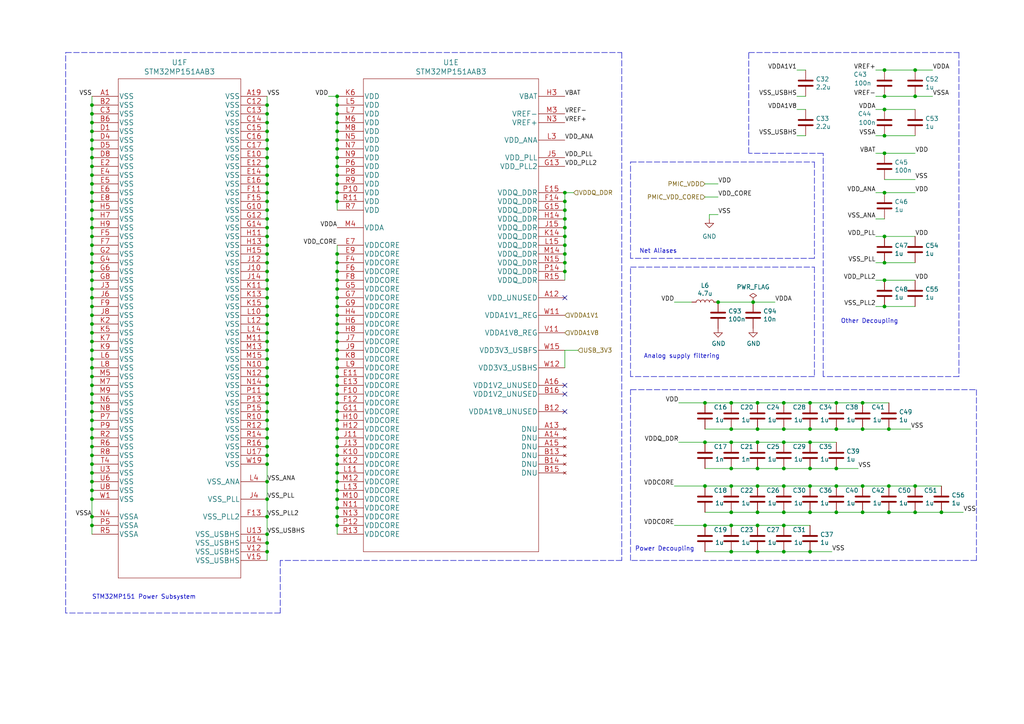
<source format=kicad_sch>
(kicad_sch (version 20211123) (generator eeschema)
  (paper "A4")
  (junction (at 97.79 152.4))
  (junction (at 163.83 68.58))
  (junction (at 97.79 30.48))
  (junction (at 26.67 63.5))
  (junction (at 265.43 140.97))
  (junction (at 219.71 135.89))
  (junction (at 212.09 128.27))
  (junction (at 77.47 116.84))
  (junction (at 26.67 53.34))
  (junction (at 97.79 101.6))
  (junction (at 97.79 111.76))
  (junction (at 257.81 148.59))
  (junction (at 97.79 147.32))
  (junction (at 234.95 124.46))
  (junction (at 204.47 128.27))
  (junction (at 212.09 152.4))
  (junction (at 212.09 116.84))
  (junction (at 212.09 124.46))
  (junction (at 256.54 44.45))
  (junction (at 97.79 104.14))
  (junction (at 26.67 88.9))
  (junction (at 97.79 132.08))
  (junction (at 26.67 121.92))
  (junction (at 26.67 33.02))
  (junction (at 26.67 142.24))
  (junction (at 26.67 91.44))
  (junction (at 97.79 127))
  (junction (at 97.79 139.7))
  (junction (at 219.71 140.97))
  (junction (at 77.47 86.36))
  (junction (at 250.19 124.46))
  (junction (at 256.54 27.94))
  (junction (at 77.47 129.54))
  (junction (at 97.79 73.66))
  (junction (at 26.67 86.36))
  (junction (at 77.47 121.92))
  (junction (at 265.43 20.32))
  (junction (at 219.71 124.46))
  (junction (at 26.67 111.76))
  (junction (at 212.09 148.59))
  (junction (at 97.79 86.36))
  (junction (at 97.79 45.72))
  (junction (at 219.71 116.84))
  (junction (at 256.54 88.9))
  (junction (at 77.47 76.2))
  (junction (at 26.67 127))
  (junction (at 26.67 43.18))
  (junction (at 234.95 160.02))
  (junction (at 77.47 149.86))
  (junction (at 26.67 38.1))
  (junction (at 234.95 116.84))
  (junction (at 77.47 38.1))
  (junction (at 256.54 76.2))
  (junction (at 250.19 148.59))
  (junction (at 77.47 81.28))
  (junction (at 77.47 104.14))
  (junction (at 227.33 124.46))
  (junction (at 26.67 58.42))
  (junction (at 208.28 87.63))
  (junction (at 77.47 55.88))
  (junction (at 77.47 63.5))
  (junction (at 77.47 157.48))
  (junction (at 26.67 149.86))
  (junction (at 26.67 104.14))
  (junction (at 77.47 101.6))
  (junction (at 97.79 99.06))
  (junction (at 163.83 66.04))
  (junction (at 97.79 78.74))
  (junction (at 163.83 71.12))
  (junction (at 77.47 30.48))
  (junction (at 26.67 35.56))
  (junction (at 227.33 152.4))
  (junction (at 163.83 63.5))
  (junction (at 257.81 140.97))
  (junction (at 227.33 160.02))
  (junction (at 256.54 55.88))
  (junction (at 212.09 160.02))
  (junction (at 26.67 45.72))
  (junction (at 163.83 58.42))
  (junction (at 97.79 93.98))
  (junction (at 273.05 148.59))
  (junction (at 26.67 106.68))
  (junction (at 97.79 27.94))
  (junction (at 204.47 116.84))
  (junction (at 77.47 71.12))
  (junction (at 97.79 149.86))
  (junction (at 26.67 99.06))
  (junction (at 77.47 160.02))
  (junction (at 97.79 96.52))
  (junction (at 26.67 40.64))
  (junction (at 265.43 148.59))
  (junction (at 77.47 99.06))
  (junction (at 26.67 55.88))
  (junction (at 97.79 55.88))
  (junction (at 218.44 87.63))
  (junction (at 77.47 96.52))
  (junction (at 97.79 134.62))
  (junction (at 163.83 73.66))
  (junction (at 234.95 135.89))
  (junction (at 204.47 140.97))
  (junction (at 26.67 137.16))
  (junction (at 77.47 45.72))
  (junction (at 97.79 53.34))
  (junction (at 97.79 88.9))
  (junction (at 26.67 76.2))
  (junction (at 242.57 148.59))
  (junction (at 204.47 152.4))
  (junction (at 242.57 140.97))
  (junction (at 97.79 106.68))
  (junction (at 77.47 78.74))
  (junction (at 97.79 121.92))
  (junction (at 97.79 76.2))
  (junction (at 163.83 55.88))
  (junction (at 77.47 73.66))
  (junction (at 97.79 119.38))
  (junction (at 227.33 128.27))
  (junction (at 77.47 109.22))
  (junction (at 256.54 68.58))
  (junction (at 97.79 116.84))
  (junction (at 77.47 58.42))
  (junction (at 97.79 124.46))
  (junction (at 26.67 144.78))
  (junction (at 77.47 35.56))
  (junction (at 97.79 48.26))
  (junction (at 242.57 124.46))
  (junction (at 26.67 66.04))
  (junction (at 227.33 135.89))
  (junction (at 26.67 152.4))
  (junction (at 26.67 50.8))
  (junction (at 77.47 119.38))
  (junction (at 26.67 119.38))
  (junction (at 26.67 134.62))
  (junction (at 26.67 129.54))
  (junction (at 77.47 33.02))
  (junction (at 26.67 83.82))
  (junction (at 97.79 83.82))
  (junction (at 26.67 116.84))
  (junction (at 97.79 38.1))
  (junction (at 227.33 140.97))
  (junction (at 219.71 160.02))
  (junction (at 77.47 144.78))
  (junction (at 77.47 43.18))
  (junction (at 77.47 93.98))
  (junction (at 77.47 91.44))
  (junction (at 257.81 124.46))
  (junction (at 26.67 68.58))
  (junction (at 77.47 134.62))
  (junction (at 26.67 78.74))
  (junction (at 163.83 78.74))
  (junction (at 250.19 140.97))
  (junction (at 26.67 139.7))
  (junction (at 97.79 35.56))
  (junction (at 77.47 124.46))
  (junction (at 97.79 58.42))
  (junction (at 265.43 27.94))
  (junction (at 26.67 124.46))
  (junction (at 97.79 33.02))
  (junction (at 242.57 135.89))
  (junction (at 97.79 142.24))
  (junction (at 97.79 114.3))
  (junction (at 256.54 39.37))
  (junction (at 163.83 76.2))
  (junction (at 256.54 20.32))
  (junction (at 242.57 116.84))
  (junction (at 26.67 114.3))
  (junction (at 77.47 132.08))
  (junction (at 97.79 50.8))
  (junction (at 97.79 129.54))
  (junction (at 212.09 140.97))
  (junction (at 97.79 144.78))
  (junction (at 97.79 40.64))
  (junction (at 227.33 148.59))
  (junction (at 77.47 106.68))
  (junction (at 97.79 137.16))
  (junction (at 250.19 116.84))
  (junction (at 97.79 109.22))
  (junction (at 219.71 148.59))
  (junction (at 26.67 73.66))
  (junction (at 26.67 101.6))
  (junction (at 77.47 139.7))
  (junction (at 219.71 152.4))
  (junction (at 77.47 48.26))
  (junction (at 26.67 96.52))
  (junction (at 77.47 127))
  (junction (at 234.95 140.97))
  (junction (at 212.09 135.89))
  (junction (at 77.47 83.82))
  (junction (at 97.79 81.28))
  (junction (at 234.95 128.27))
  (junction (at 77.47 68.58))
  (junction (at 256.54 81.28))
  (junction (at 163.83 60.96))
  (junction (at 97.79 91.44))
  (junction (at 77.47 88.9))
  (junction (at 256.54 31.75))
  (junction (at 77.47 111.76))
  (junction (at 26.67 109.22))
  (junction (at 77.47 50.8))
  (junction (at 26.67 60.96))
  (junction (at 26.67 132.08))
  (junction (at 77.47 60.96))
  (junction (at 26.67 48.26))
  (junction (at 77.47 53.34))
  (junction (at 219.71 128.27))
  (junction (at 77.47 66.04))
  (junction (at 77.47 40.64))
  (junction (at 26.67 30.48))
  (junction (at 77.47 154.94))
  (junction (at 77.47 114.3))
  (junction (at 97.79 43.18))
  (junction (at 26.67 93.98))
  (junction (at 26.67 81.28))
  (junction (at 234.95 148.59))
  (junction (at 227.33 116.84))
  (junction (at 26.67 71.12))
  (no_connect (at 163.83 111.76))
  (no_connect (at 163.83 114.3))
  (no_connect (at 163.83 86.36))
  (no_connect (at 163.83 119.38))
  (wire (pts (xy 204.47 140.97) (xy 212.09 140.97)))
  (polyline (pts (xy 217.17 44.45) (xy 217.17 15.24)))
  (polyline (pts (xy 180.34 15.24) (xy 180.34 162.56)))
  (wire (pts (xy 205.74 62.23) (xy 208.28 62.23)))
  (wire (pts (xy 97.79 86.36) (xy 97.79 88.9)))
  (wire (pts (xy 77.47 27.94) (xy 77.47 30.48)))
  (wire (pts (xy 242.57 135.89) (xy 248.92 135.89)))
  (wire (pts (xy 77.47 35.56) (xy 77.47 38.1)))
  (wire (pts (xy 257.81 148.59) (xy 265.43 148.59)))
  (polyline (pts (xy 236.22 74.93) (xy 182.88 74.93)))
  (wire (pts (xy 265.43 52.07) (xy 256.54 52.07)))
  (wire (pts (xy 77.47 53.34) (xy 77.47 55.88)))
  (wire (pts (xy 26.67 111.76) (xy 26.67 114.3)))
  (wire (pts (xy 234.95 128.27) (xy 242.57 128.27)))
  (wire (pts (xy 77.47 160.02) (xy 77.47 162.56)))
  (wire (pts (xy 97.79 73.66) (xy 97.79 76.2)))
  (wire (pts (xy 26.67 68.58) (xy 26.67 71.12)))
  (wire (pts (xy 26.67 60.96) (xy 26.67 58.42)))
  (wire (pts (xy 26.67 101.6) (xy 26.67 99.06)))
  (wire (pts (xy 77.47 121.92) (xy 77.47 124.46)))
  (wire (pts (xy 256.54 44.45) (xy 265.43 44.45)))
  (wire (pts (xy 163.83 78.74) (xy 163.83 81.28)))
  (wire (pts (xy 97.79 134.62) (xy 97.79 137.16)))
  (wire (pts (xy 77.47 76.2) (xy 77.47 78.74)))
  (wire (pts (xy 77.47 63.5) (xy 77.47 66.04)))
  (wire (pts (xy 219.71 128.27) (xy 227.33 128.27)))
  (polyline (pts (xy 236.22 46.99) (xy 236.22 74.93)))
  (wire (pts (xy 167.64 101.6) (xy 163.83 101.6)))
  (wire (pts (xy 231.14 31.75) (xy 233.68 31.75)))
  (wire (pts (xy 77.47 55.88) (xy 77.47 58.42)))
  (wire (pts (xy 77.47 149.86) (xy 77.47 154.94)))
  (wire (pts (xy 26.67 106.68) (xy 26.67 104.14)))
  (wire (pts (xy 77.47 88.9) (xy 77.47 91.44)))
  (wire (pts (xy 26.67 152.4) (xy 26.67 154.94)))
  (wire (pts (xy 97.79 139.7) (xy 97.79 142.24)))
  (wire (pts (xy 97.79 147.32) (xy 97.79 149.86)))
  (wire (pts (xy 212.09 160.02) (xy 219.71 160.02)))
  (wire (pts (xy 77.47 50.8) (xy 77.47 53.34)))
  (wire (pts (xy 256.54 81.28) (xy 254 81.28)))
  (wire (pts (xy 26.67 127) (xy 26.67 129.54)))
  (wire (pts (xy 242.57 116.84) (xy 250.19 116.84)))
  (wire (pts (xy 219.71 140.97) (xy 227.33 140.97)))
  (wire (pts (xy 97.79 43.18) (xy 97.79 40.64)))
  (wire (pts (xy 26.67 33.02) (xy 26.67 30.48)))
  (wire (pts (xy 231.14 20.32) (xy 233.68 20.32)))
  (wire (pts (xy 77.47 48.26) (xy 77.47 50.8)))
  (wire (pts (xy 77.47 81.28) (xy 77.47 83.82)))
  (wire (pts (xy 163.83 63.5) (xy 163.83 66.04)))
  (wire (pts (xy 26.67 40.64) (xy 26.67 38.1)))
  (wire (pts (xy 254 88.9) (xy 256.54 88.9)))
  (wire (pts (xy 204.47 116.84) (xy 212.09 116.84)))
  (wire (pts (xy 208.28 57.15) (xy 204.47 57.15)))
  (wire (pts (xy 97.79 132.08) (xy 97.79 134.62)))
  (wire (pts (xy 97.79 88.9) (xy 97.79 91.44)))
  (wire (pts (xy 273.05 148.59) (xy 279.4 148.59)))
  (wire (pts (xy 195.58 140.97) (xy 204.47 140.97)))
  (wire (pts (xy 26.67 109.22) (xy 26.67 106.68)))
  (wire (pts (xy 204.47 124.46) (xy 212.09 124.46)))
  (wire (pts (xy 97.79 50.8) (xy 97.79 48.26)))
  (polyline (pts (xy 236.22 109.22) (xy 182.88 109.22)))
  (polyline (pts (xy 81.28 162.56) (xy 81.28 177.8)))
  (wire (pts (xy 97.79 93.98) (xy 97.79 96.52)))
  (wire (pts (xy 204.47 135.89) (xy 212.09 135.89)))
  (wire (pts (xy 26.67 132.08) (xy 26.67 134.62)))
  (wire (pts (xy 256.54 20.32) (xy 265.43 20.32)))
  (wire (pts (xy 241.3 160.02) (xy 234.95 160.02)))
  (wire (pts (xy 26.67 38.1) (xy 26.67 35.56)))
  (wire (pts (xy 26.67 91.44) (xy 26.67 88.9)))
  (wire (pts (xy 227.33 148.59) (xy 234.95 148.59)))
  (wire (pts (xy 26.67 93.98) (xy 26.67 91.44)))
  (wire (pts (xy 163.83 73.66) (xy 163.83 76.2)))
  (wire (pts (xy 77.47 104.14) (xy 77.47 106.68)))
  (wire (pts (xy 77.47 129.54) (xy 77.47 132.08)))
  (wire (pts (xy 77.47 60.96) (xy 77.47 63.5)))
  (wire (pts (xy 26.67 144.78) (xy 26.67 149.86)))
  (wire (pts (xy 242.57 124.46) (xy 250.19 124.46)))
  (polyline (pts (xy 217.17 15.24) (xy 278.13 15.24)))
  (wire (pts (xy 256.54 76.2) (xy 265.43 76.2)))
  (wire (pts (xy 256.54 55.88) (xy 265.43 55.88)))
  (wire (pts (xy 254 44.45) (xy 256.54 44.45)))
  (wire (pts (xy 212.09 148.59) (xy 219.71 148.59)))
  (wire (pts (xy 77.47 99.06) (xy 77.47 101.6)))
  (wire (pts (xy 97.79 96.52) (xy 97.79 99.06)))
  (wire (pts (xy 97.79 33.02) (xy 97.79 30.48)))
  (polyline (pts (xy 19.05 15.24) (xy 180.34 15.24)))
  (wire (pts (xy 219.71 160.02) (xy 227.33 160.02)))
  (wire (pts (xy 208.28 53.34) (xy 204.47 53.34)))
  (polyline (pts (xy 236.22 77.47) (xy 236.22 109.22)))
  (wire (pts (xy 219.71 116.84) (xy 227.33 116.84)))
  (wire (pts (xy 77.47 144.78) (xy 77.47 149.86)))
  (wire (pts (xy 97.79 35.56) (xy 97.79 33.02)))
  (wire (pts (xy 204.47 128.27) (xy 212.09 128.27)))
  (wire (pts (xy 205.74 63.5) (xy 205.74 62.23)))
  (wire (pts (xy 97.79 48.26) (xy 97.79 45.72)))
  (wire (pts (xy 26.67 48.26) (xy 26.67 45.72)))
  (wire (pts (xy 77.47 106.68) (xy 77.47 109.22)))
  (wire (pts (xy 97.79 71.12) (xy 97.79 73.66)))
  (wire (pts (xy 231.14 27.94) (xy 233.68 27.94)))
  (wire (pts (xy 195.58 152.4) (xy 204.47 152.4)))
  (wire (pts (xy 254 20.32) (xy 256.54 20.32)))
  (wire (pts (xy 77.47 45.72) (xy 77.47 48.26)))
  (polyline (pts (xy 238.76 44.45) (xy 217.17 44.45)))
  (wire (pts (xy 77.47 68.58) (xy 77.47 71.12)))
  (wire (pts (xy 26.67 116.84) (xy 26.67 119.38)))
  (wire (pts (xy 250.19 116.84) (xy 257.81 116.84)))
  (wire (pts (xy 26.67 121.92) (xy 26.67 124.46)))
  (wire (pts (xy 212.09 135.89) (xy 219.71 135.89)))
  (wire (pts (xy 77.47 78.74) (xy 77.47 81.28)))
  (wire (pts (xy 97.79 83.82) (xy 97.79 86.36)))
  (wire (pts (xy 26.67 137.16) (xy 26.67 139.7)))
  (wire (pts (xy 163.83 68.58) (xy 163.83 71.12)))
  (wire (pts (xy 77.47 91.44) (xy 77.47 93.98)))
  (wire (pts (xy 256.54 39.37) (xy 265.43 39.37)))
  (wire (pts (xy 265.43 27.94) (xy 270.51 27.94)))
  (wire (pts (xy 256.54 63.5) (xy 254 63.5)))
  (wire (pts (xy 212.09 124.46) (xy 219.71 124.46)))
  (wire (pts (xy 77.47 86.36) (xy 77.47 88.9)))
  (wire (pts (xy 26.67 96.52) (xy 26.67 93.98)))
  (wire (pts (xy 256.54 31.75) (xy 265.43 31.75)))
  (wire (pts (xy 265.43 140.97) (xy 273.05 140.97)))
  (wire (pts (xy 97.79 53.34) (xy 97.79 50.8)))
  (polyline (pts (xy 182.88 46.99) (xy 236.22 46.99)))
  (wire (pts (xy 26.67 88.9) (xy 26.67 86.36)))
  (polyline (pts (xy 283.21 162.56) (xy 182.88 162.56)))
  (wire (pts (xy 77.47 30.48) (xy 77.47 33.02)))
  (wire (pts (xy 95.25 27.94) (xy 97.79 27.94)))
  (wire (pts (xy 77.47 157.48) (xy 77.47 160.02)))
  (wire (pts (xy 26.67 104.14) (xy 26.67 101.6)))
  (wire (pts (xy 234.95 124.46) (xy 227.33 124.46)))
  (polyline (pts (xy 19.05 177.8) (xy 19.05 15.24)))
  (wire (pts (xy 256.54 27.94) (xy 265.43 27.94)))
  (wire (pts (xy 204.47 160.02) (xy 212.09 160.02)))
  (wire (pts (xy 77.47 73.66) (xy 77.47 76.2)))
  (wire (pts (xy 97.79 76.2) (xy 97.79 78.74)))
  (wire (pts (xy 26.67 83.82) (xy 26.67 81.28)))
  (wire (pts (xy 77.47 116.84) (xy 77.47 119.38)))
  (wire (pts (xy 77.47 40.64) (xy 77.47 43.18)))
  (wire (pts (xy 163.83 58.42) (xy 163.83 60.96)))
  (wire (pts (xy 26.67 134.62) (xy 26.67 137.16)))
  (wire (pts (xy 242.57 140.97) (xy 250.19 140.97)))
  (wire (pts (xy 77.47 111.76) (xy 77.47 114.3)))
  (wire (pts (xy 26.67 124.46) (xy 26.67 127)))
  (wire (pts (xy 166.37 55.88) (xy 163.83 55.88)))
  (wire (pts (xy 97.79 91.44) (xy 97.79 93.98)))
  (wire (pts (xy 219.71 148.59) (xy 227.33 148.59)))
  (wire (pts (xy 234.95 140.97) (xy 242.57 140.97)))
  (wire (pts (xy 26.67 43.18) (xy 26.67 40.64)))
  (wire (pts (xy 234.95 116.84) (xy 227.33 116.84)))
  (wire (pts (xy 234.95 116.84) (xy 242.57 116.84)))
  (wire (pts (xy 26.67 78.74) (xy 26.67 76.2)))
  (wire (pts (xy 26.67 53.34) (xy 26.67 50.8)))
  (wire (pts (xy 250.19 140.97) (xy 257.81 140.97)))
  (wire (pts (xy 77.47 127) (xy 77.47 129.54)))
  (polyline (pts (xy 283.21 113.03) (xy 283.21 162.56)))
  (wire (pts (xy 97.79 40.64) (xy 97.79 38.1)))
  (wire (pts (xy 97.79 30.48) (xy 97.79 27.94)))
  (wire (pts (xy 77.47 124.46) (xy 77.47 127)))
  (wire (pts (xy 77.47 83.82) (xy 77.47 86.36)))
  (wire (pts (xy 26.67 50.8) (xy 26.67 48.26)))
  (polyline (pts (xy 278.13 109.22) (xy 238.76 109.22)))
  (polyline (pts (xy 182.88 162.56) (xy 182.88 113.03)))
  (wire (pts (xy 77.47 139.7) (xy 77.47 144.78)))
  (wire (pts (xy 231.14 39.37) (xy 233.68 39.37)))
  (wire (pts (xy 163.83 71.12) (xy 163.83 73.66)))
  (wire (pts (xy 204.47 148.59) (xy 212.09 148.59)))
  (wire (pts (xy 256.54 27.94) (xy 254 27.94)))
  (wire (pts (xy 97.79 99.06) (xy 97.79 101.6)))
  (wire (pts (xy 26.67 119.38) (xy 26.67 121.92)))
  (wire (pts (xy 218.44 87.63) (xy 224.79 87.63)))
  (wire (pts (xy 212.09 152.4) (xy 219.71 152.4)))
  (wire (pts (xy 208.28 87.63) (xy 218.44 87.63)))
  (wire (pts (xy 97.79 101.6) (xy 97.79 104.14)))
  (wire (pts (xy 97.79 116.84) (xy 97.79 119.38)))
  (wire (pts (xy 26.67 129.54) (xy 26.67 132.08)))
  (wire (pts (xy 97.79 129.54) (xy 97.79 132.08)))
  (wire (pts (xy 77.47 58.42) (xy 77.47 60.96)))
  (wire (pts (xy 204.47 152.4) (xy 212.09 152.4)))
  (wire (pts (xy 77.47 71.12) (xy 77.47 73.66)))
  (wire (pts (xy 163.83 66.04) (xy 163.83 68.58)))
  (wire (pts (xy 26.67 66.04) (xy 26.67 68.58)))
  (wire (pts (xy 97.79 109.22) (xy 97.79 111.76)))
  (wire (pts (xy 97.79 149.86) (xy 97.79 152.4)))
  (wire (pts (xy 256.54 68.58) (xy 254 68.58)))
  (wire (pts (xy 26.67 109.22) (xy 26.67 111.76)))
  (wire (pts (xy 256.54 39.37) (xy 254 39.37)))
  (wire (pts (xy 97.79 111.76) (xy 97.79 114.3)))
  (wire (pts (xy 26.67 139.7) (xy 26.67 142.24)))
  (wire (pts (xy 77.47 66.04) (xy 77.47 68.58)))
  (wire (pts (xy 77.47 132.08) (xy 77.47 134.62)))
  (wire (pts (xy 219.71 152.4) (xy 227.33 152.4)))
  (wire (pts (xy 256.54 68.58) (xy 265.43 68.58)))
  (wire (pts (xy 26.67 35.56) (xy 26.67 33.02)))
  (wire (pts (xy 97.79 104.14) (xy 97.79 106.68)))
  (wire (pts (xy 227.33 135.89) (xy 234.95 135.89)))
  (wire (pts (xy 26.67 99.06) (xy 26.67 96.52)))
  (wire (pts (xy 26.67 81.28) (xy 26.67 78.74)))
  (wire (pts (xy 26.67 73.66) (xy 26.67 71.12)))
  (wire (pts (xy 234.95 148.59) (xy 242.57 148.59)))
  (wire (pts (xy 26.67 86.36) (xy 26.67 83.82)))
  (wire (pts (xy 77.47 109.22) (xy 77.47 111.76)))
  (polyline (pts (xy 180.34 162.56) (xy 81.28 162.56)))
  (wire (pts (xy 77.47 38.1) (xy 77.47 40.64)))
  (wire (pts (xy 219.71 124.46) (xy 227.33 124.46)))
  (wire (pts (xy 97.79 45.72) (xy 97.79 43.18)))
  (wire (pts (xy 77.47 101.6) (xy 77.47 104.14)))
  (wire (pts (xy 26.67 149.86) (xy 26.67 152.4)))
  (wire (pts (xy 219.71 135.89) (xy 227.33 135.89)))
  (wire (pts (xy 256.54 81.28) (xy 265.43 81.28)))
  (wire (pts (xy 97.79 121.92) (xy 97.79 124.46)))
  (wire (pts (xy 77.47 119.38) (xy 77.47 121.92)))
  (polyline (pts (xy 238.76 109.22) (xy 238.76 44.45)))
  (wire (pts (xy 257.81 124.46) (xy 264.16 124.46)))
  (wire (pts (xy 77.47 114.3) (xy 77.47 116.84)))
  (wire (pts (xy 212.09 140.97) (xy 219.71 140.97)))
  (wire (pts (xy 97.79 106.68) (xy 97.79 109.22)))
  (wire (pts (xy 77.47 33.02) (xy 77.47 35.56)))
  (polyline (pts (xy 81.28 177.8) (xy 19.05 177.8)))
  (wire (pts (xy 163.83 101.6) (xy 163.83 106.68)))
  (wire (pts (xy 97.79 119.38) (xy 97.79 121.92)))
  (wire (pts (xy 97.79 137.16) (xy 97.79 139.7)))
  (wire (pts (xy 265.43 20.32) (xy 270.51 20.32)))
  (wire (pts (xy 163.83 55.88) (xy 163.83 58.42)))
  (wire (pts (xy 227.33 128.27) (xy 234.95 128.27)))
  (wire (pts (xy 97.79 142.24) (xy 97.79 144.78)))
  (wire (pts (xy 26.67 45.72) (xy 26.67 43.18)))
  (wire (pts (xy 97.79 152.4) (xy 97.79 154.94)))
  (wire (pts (xy 250.19 124.46) (xy 257.81 124.46)))
  (wire (pts (xy 26.67 55.88) (xy 26.67 53.34)))
  (wire (pts (xy 26.67 30.48) (xy 26.67 27.94)))
  (wire (pts (xy 77.47 154.94) (xy 77.47 157.48)))
  (wire (pts (xy 97.79 60.96) (xy 97.79 58.42)))
  (wire (pts (xy 265.43 148.59) (xy 273.05 148.59)))
  (wire (pts (xy 265.43 88.9) (xy 256.54 88.9)))
  (wire (pts (xy 212.09 116.84) (xy 219.71 116.84)))
  (wire (pts (xy 250.19 148.59) (xy 257.81 148.59)))
  (wire (pts (xy 234.95 135.89) (xy 242.57 135.89)))
  (wire (pts (xy 26.67 76.2) (xy 26.67 73.66)))
  (wire (pts (xy 227.33 152.4) (xy 234.95 152.4)))
  (polyline (pts (xy 182.88 109.22) (xy 182.88 77.47)))
  (wire (pts (xy 212.09 128.27) (xy 219.71 128.27)))
  (wire (pts (xy 97.79 81.28) (xy 97.79 83.82)))
  (wire (pts (xy 227.33 160.02) (xy 234.95 160.02)))
  (wire (pts (xy 254 31.75) (xy 256.54 31.75)))
  (wire (pts (xy 234.95 124.46) (xy 242.57 124.46)))
  (wire (pts (xy 163.83 60.96) (xy 163.83 63.5)))
  (wire (pts (xy 77.47 93.98) (xy 77.47 96.52)))
  (wire (pts (xy 254 76.2) (xy 256.54 76.2)))
  (wire (pts (xy 26.67 114.3) (xy 26.67 116.84)))
  (wire (pts (xy 257.81 140.97) (xy 265.43 140.97)))
  (polyline (pts (xy 278.13 15.24) (xy 278.13 109.22)))
  (wire (pts (xy 97.79 114.3) (xy 97.79 116.84)))
  (wire (pts (xy 256.54 55.88) (xy 254 55.88)))
  (wire (pts (xy 196.85 128.27) (xy 204.47 128.27)))
  (wire (pts (xy 163.83 76.2) (xy 163.83 78.74)))
  (wire (pts (xy 97.79 58.42) (xy 97.79 55.88)))
  (wire (pts (xy 26.67 66.04) (xy 26.67 63.5)))
  (polyline (pts (xy 182.88 77.47) (xy 236.22 77.47)))
  (wire (pts (xy 77.47 134.62) (xy 77.47 139.7)))
  (wire (pts (xy 26.67 58.42) (xy 26.67 55.88)))
  (wire (pts (xy 196.85 116.84) (xy 204.47 116.84)))
  (wire (pts (xy 97.79 55.88) (xy 97.79 53.34)))
  (wire (pts (xy 195.58 87.63) (xy 200.66 87.63)))
  (wire (pts (xy 26.67 142.24) (xy 26.67 144.78)))
  (wire (pts (xy 97.79 78.74) (xy 97.79 81.28)))
  (polyline (pts (xy 182.88 113.03) (xy 283.21 113.03)))
  (wire (pts (xy 77.47 96.52) (xy 77.47 99.06)))
  (polyline (pts (xy 182.88 74.93) (xy 182.88 46.99)))
  (wire (pts (xy 227.33 140.97) (xy 234.95 140.97)))
  (wire (pts (xy 97.79 124.46) (xy 97.79 127)))
  (wire (pts (xy 242.57 148.59) (xy 250.19 148.59)))
  (wire (pts (xy 97.79 127) (xy 97.79 129.54)))
  (wire (pts (xy 26.67 63.5) (xy 26.67 60.96)))
  (wire (pts (xy 97.79 38.1) (xy 97.79 35.56)))
  (wire (pts (xy 97.79 144.78) (xy 97.79 147.32)))
  (wire (pts (xy 77.47 43.18) (xy 77.47 45.72)))
  (text "STM32MP151 Power Subsystem" (at 26.67 173.99 0) (effects (font (size 1.27 1.27)) (justify left bottom)))
  (text "Net Aliases" (at 185.42 73.66 0) (effects (font (size 1.27 1.27)) (justify left bottom)))
  (text "Analog supply filtering" (at 186.69 104.14 0) (effects (font (size 1.27 1.27)) (justify left bottom)))
  (text "Other Decoupling" (at 243.84 93.98 0) (effects (font (size 1.27 1.27)) (justify left bottom)))
  (text "Power Decoupling" (at 184.15 160.02 0) (effects (font (size 1.27 1.27)) (justify left bottom)))
  (label "VSS_PLL2" (at 77.47 149.86 0))
  (label "VDDQ_DDR" (at 196.85 128.27 180))
  (label "VSS_PLL2" (at 254 88.9 180))
  (label "VSS_USBHS" (at 231.14 39.37 180))
  (label "VDD" (at 196.85 116.84 180))
  (label "VDD_PLL" (at 254 68.58 180))
  (label "VDD_CORE" (at 97.79 71.12 180))
  (label "VDD_CORE" (at 208.28 57.15 0))
  (label "VSS" (at 241.3 160.02 0))
  (label "VSS" (at 265.43 52.07 0))
  (label "VSS_ANA" (at 77.47 139.7 0))
  (label "VDDA" (at 270.51 20.32 0))
  (label "VREF-" (at 163.83 33.02 0))
  (label "VSS" (at 208.28 62.23 0))
  (label "VSS_PLL" (at 77.47 144.78 0))
  (label "VDD_PLL" (at 163.83 45.72 0))
  (label "VDDA" (at 254 31.75 180))
  (label "VREF-" (at 254 27.94 180))
  (label "VREF+" (at 163.83 35.56 0))
  (label "VDD" (at 265.43 81.28 0))
  (label "VDD_PLL2" (at 163.83 48.26 0))
  (label "VDDA" (at 224.79 87.63 0))
  (label "VSS_USBHS" (at 77.47 154.94 0))
  (label "VSS_ANA" (at 254 63.5 180))
  (label "VDD" (at 208.28 53.34 0))
  (label "VDD_ANA" (at 163.83 40.64 0))
  (label "VDDA1V1" (at 231.14 20.32 180))
  (label "VSS" (at 248.92 135.89 0))
  (label "VSS" (at 264.16 124.46 0))
  (label "VSS" (at 26.67 27.94 180))
  (label "VDDCORE" (at 195.58 140.97 180))
  (label "VSSA" (at 254 39.37 180))
  (label "VDD" (at 265.43 55.88 0))
  (label "VREF+" (at 254 20.32 180))
  (label "VBAT" (at 163.83 27.94 0))
  (label "VDD" (at 265.43 68.58 0))
  (label "VDDCORE" (at 195.58 152.4 180))
  (label "VSS" (at 77.47 27.94 0))
  (label "VDD_ANA" (at 254 55.88 180))
  (label "VBAT" (at 254 44.45 180))
  (label "VDD_PLL2" (at 254 81.28 180))
  (label "VSS_PLL" (at 254 76.2 180))
  (label "VSS_USBHS" (at 231.14 27.94 180))
  (label "VSSA" (at 270.51 27.94 0))
  (label "VSS" (at 279.4 148.59 0))
  (label "VDD" (at 265.43 44.45 0))
  (label "VSSA" (at 26.67 149.86 180))
  (label "VDD" (at 195.58 87.63 180))
  (label "VDDA1V8" (at 231.14 31.75 180))
  (label "VDDA" (at 97.79 66.04 180))
  (label "VDD" (at 95.25 27.94 180))
  (hierarchical_label "VDDQ_DDR" (shape input) (at 166.37 55.88 0))
  (hierarchical_label "VDDA1V1" (shape input) (at 163.83 91.44 0))
  (hierarchical_label "PMIC_VDD_CORE" (shape input) (at 204.47 57.15 180))
  (hierarchical_label "PMIC_VDD" (shape input) (at 204.47 53.34 180))
  (hierarchical_label "VDDA1V8" (shape input) (at 163.83 96.52 0))
  (hierarchical_label "USB_3V3" (shape input) (at 167.64 101.6 0))
  (symbol (lib_id "LinuxBoard:STM32MP151AAB3") (at 26.67 27.94 0) (unit 6)
    (property "Reference" "U1" (at 52.07 18.1102 0) (effects (font (size 1.524 1.524))))
    (property "Value" "STM32MP151AAB3" (at 52.07 20.8026 0) (effects (font (size 1.524 1.524))))
    (property "Footprint" "LinuxBoard:STM32MP151AAB3" (effects hide))
  )
  (symbol (lib_id "LinuxBoard:STM32MP151AAB3") (at 97.79 27.94 0) (unit 5)
    (property "Reference" "U1" (at 130.81 18.1102 0) (effects (font (size 1.524 1.524))))
    (property "Value" "STM32MP151AAB3" (at 130.81 20.8026 0) (effects (font (size 1.524 1.524))))
    (property "Footprint" "LinuxBoard:STM32MP151AAB3" (effects hide))
  )
  (symbol (lib_id "Device:C") (at 256.54 24.13 180) (unit 1)
    (property "Reference" "C43" (at 251.46 21.59 0) (effects (justify left)))
    (property "Value" "100n" (at 252.73 24.13 0) (effects (justify left)))
    (property "Footprint" "Capacitor_SMD:C_0603_1608Metric" (effects hide))
  )
  (symbol (lib_id "Device:C") (at 265.43 24.13 0) (unit 1)
    (property "Reference" "C52" (at 268.351 22.9616 0) (effects (justify left)))
    (property "Value" "1u" (at 268.351 25.273 0) (effects (justify left)))
    (property "Footprint" "Capacitor_SMD:C_0603_1608Metric" (effects hide))
  )
  (symbol (lib_id "Device:C") (at 256.54 35.56 180) (unit 1)
    (property "Reference" "C44" (at 252.73 33.02 0) (effects (justify left)))
    (property "Value" "100n" (at 254 35.56 0) (effects (justify left)))
    (property "Footprint" "Capacitor_SMD:C_0603_1608Metric" (effects hide))
  )
  (symbol (lib_id "Device:C") (at 265.43 35.56 0) (unit 1)
    (property "Reference" "C53" (at 268.351 34.3916 0) (effects (justify left)))
    (property "Value" "1u" (at 268.351 36.703 0) (effects (justify left)))
    (property "Footprint" "Capacitor_SMD:C_0603_1608Metric" (effects hide))
  )
  (symbol (lib_id "power:PWR_FLAG") (at 218.44 87.63 0) (unit 1)
    (property "Reference" "#FLG0101" (effects hide))
    (property "Value" "PWR_FLAG" (at 218.44 83.2358 0))
  )
  (symbol (lib_id "Device:L") (at 204.47 87.63 90) (unit 1)
    (property "Reference" "L6" (at 204.47 82.804 90))
    (property "Value" "4.7u" (at 204.47 85.1154 90))
    (property "Footprint" "Inductor_SMD:L_0603_1608Metric" (effects hide))
  )
  (symbol (lib_id "Device:C") (at 256.54 48.26 0) (unit 1)
    (property "Reference" "C45" (at 259.461 47.0916 0) (effects (justify left)))
    (property "Value" "100n" (at 259.461 49.403 0) (effects (justify left)))
    (property "Footprint" "Capacitor_SMD:C_0603_1608Metric" (effects hide))
  )
  (symbol (lib_id "Device:C") (at 204.47 144.78 0) (unit 1)
    (property "Reference" "C18" (at 207.01 142.24 0) (effects (justify left)))
    (property "Value" "1u" (at 207.391 145.923 0) (effects (justify left)))
    (property "Footprint" "Capacitor_SMD:C_0603_1608Metric" (effects hide))
  )
  (symbol (lib_id "Device:C") (at 212.09 144.78 0) (unit 1)
    (property "Reference" "C22" (at 214.63 142.24 0) (effects (justify left)))
    (property "Value" "1u" (at 215.011 145.923 0) (effects (justify left)))
    (property "Footprint" "Capacitor_SMD:C_0603_1608Metric" (effects hide))
  )
  (symbol (lib_id "Device:C") (at 219.71 144.78 0) (unit 1)
    (property "Reference" "C26" (at 222.25 142.24 0) (effects (justify left)))
    (property "Value" "1u" (at 222.631 145.923 0) (effects (justify left)))
    (property "Footprint" "Capacitor_SMD:C_0603_1608Metric" (effects hide))
  )
  (symbol (lib_id "Device:C") (at 227.33 144.78 0) (unit 1)
    (property "Reference" "C30" (at 229.87 142.24 0) (effects (justify left)))
    (property "Value" "1u" (at 230.251 145.923 0) (effects (justify left)))
    (property "Footprint" "Capacitor_SMD:C_0603_1608Metric" (effects hide))
  )
  (symbol (lib_id "Device:C") (at 234.95 144.78 0) (unit 1)
    (property "Reference" "C36" (at 237.49 142.24 0) (effects (justify left)))
    (property "Value" "1u" (at 237.871 145.923 0) (effects (justify left)))
    (property "Footprint" "Capacitor_SMD:C_0603_1608Metric" (effects hide))
  )
  (symbol (lib_id "Device:C") (at 242.57 144.78 0) (unit 1)
    (property "Reference" "C40" (at 245.11 142.24 0) (effects (justify left)))
    (property "Value" "1u" (at 245.491 145.923 0) (effects (justify left)))
    (property "Footprint" "Capacitor_SMD:C_0603_1608Metric" (effects hide))
  )
  (symbol (lib_id "Device:C") (at 250.19 144.78 0) (unit 1)
    (property "Reference" "C42" (at 252.73 142.24 0) (effects (justify left)))
    (property "Value" "1u" (at 253.111 145.923 0) (effects (justify left)))
    (property "Footprint" "Capacitor_SMD:C_0603_1608Metric" (effects hide))
  )
  (symbol (lib_id "Device:C") (at 257.81 144.78 0) (unit 1)
    (property "Reference" "C50" (at 260.35 142.24 0) (effects (justify left)))
    (property "Value" "1u" (at 260.731 145.923 0) (effects (justify left)))
    (property "Footprint" "Capacitor_SMD:C_0603_1608Metric" (effects hide))
  )
  (symbol (lib_id "Device:C") (at 265.43 144.78 0) (unit 1)
    (property "Reference" "C51" (at 267.97 142.24 0) (effects (justify left)))
    (property "Value" "1u" (at 268.351 145.923 0) (effects (justify left)))
    (property "Footprint" "Capacitor_SMD:C_0603_1608Metric" (effects hide))
  )
  (symbol (lib_id "Device:C") (at 273.05 144.78 0) (unit 1)
    (property "Reference" "C56" (at 275.971 143.6116 0) (effects (justify left)))
    (property "Value" "1u" (at 275.971 145.923 0) (effects (justify left)))
    (property "Footprint" "Capacitor_SMD:C_0603_1608Metric" (effects hide))
  )
  (symbol (lib_id "Device:C") (at 204.47 156.21 0) (unit 1)
    (property "Reference" "C19" (at 207.01 153.67 0) (effects (justify left)))
    (property "Value" "1u" (at 207.391 157.353 0) (effects (justify left)))
    (property "Footprint" "Capacitor_SMD:C_0603_1608Metric" (effects hide))
  )
  (symbol (lib_id "Device:C") (at 212.09 156.21 0) (unit 1)
    (property "Reference" "C23" (at 214.63 153.67 0) (effects (justify left)))
    (property "Value" "1u" (at 215.011 157.353 0) (effects (justify left)))
    (property "Footprint" "Capacitor_SMD:C_0603_1608Metric" (effects hide))
  )
  (symbol (lib_id "Device:C") (at 219.71 156.21 0) (unit 1)
    (property "Reference" "C27" (at 222.25 153.67 0) (effects (justify left)))
    (property "Value" "1u" (at 222.631 157.353 0) (effects (justify left)))
    (property "Footprint" "Capacitor_SMD:C_0603_1608Metric" (effects hide))
  )
  (symbol (lib_id "Device:C") (at 227.33 156.21 0) (unit 1)
    (property "Reference" "C31" (at 229.87 153.67 0) (effects (justify left)))
    (property "Value" "1u" (at 230.251 157.353 0) (effects (justify left)))
    (property "Footprint" "Capacitor_SMD:C_0603_1608Metric" (effects hide))
  )
  (symbol (lib_id "Device:C") (at 234.95 156.21 0) (unit 1)
    (property "Reference" "C37" (at 237.871 155.0416 0) (effects (justify left)))
    (property "Value" "1u" (at 237.871 157.353 0) (effects (justify left)))
    (property "Footprint" "Capacitor_SMD:C_0603_1608Metric" (effects hide))
  )
  (symbol (lib_id "Device:C") (at 204.47 132.08 0) (unit 1)
    (property "Reference" "C17" (at 207.01 129.54 0) (effects (justify left)))
    (property "Value" "1n" (at 207.391 133.223 0) (effects (justify left)))
    (property "Footprint" "Capacitor_SMD:C_0603_1608Metric" (effects hide))
  )
  (symbol (lib_id "Device:C") (at 212.09 132.08 0) (unit 1)
    (property "Reference" "C21" (at 214.63 129.54 0) (effects (justify left)))
    (property "Value" "1n" (at 215.011 133.223 0) (effects (justify left)))
    (property "Footprint" "Capacitor_SMD:C_0603_1608Metric" (effects hide))
  )
  (symbol (lib_id "Device:C") (at 219.71 132.08 0) (unit 1)
    (property "Reference" "C25" (at 222.25 129.54 0) (effects (justify left)))
    (property "Value" "1u" (at 222.631 133.223 0) (effects (justify left)))
    (property "Footprint" "Capacitor_SMD:C_0603_1608Metric" (effects hide))
  )
  (symbol (lib_id "Device:C") (at 227.33 132.08 0) (unit 1)
    (property "Reference" "C29" (at 229.87 129.54 0) (effects (justify left)))
    (property "Value" "1u" (at 230.251 133.223 0) (effects (justify left)))
    (property "Footprint" "Capacitor_SMD:C_0603_1608Metric" (effects hide))
  )
  (symbol (lib_id "Device:C") (at 234.95 132.08 0) (unit 1)
    (property "Reference" "C35" (at 237.49 129.54 0) (effects (justify left)))
    (property "Value" "1u" (at 237.871 133.223 0) (effects (justify left)))
    (property "Footprint" "Capacitor_SMD:C_0603_1608Metric" (effects hide))
  )
  (symbol (lib_id "Device:C") (at 242.57 132.08 0) (unit 1)
    (property "Reference" "C39" (at 245.491 130.9116 0) (effects (justify left)))
    (property "Value" "1u" (at 245.491 133.223 0) (effects (justify left)))
    (property "Footprint" "Capacitor_SMD:C_0603_1608Metric" (effects hide))
  )
  (symbol (lib_id "Device:C") (at 256.54 59.69 0) (unit 1)
    (property "Reference" "C46" (at 259.461 58.5216 0) (effects (justify left)))
    (property "Value" "1u" (at 259.461 60.833 0) (effects (justify left)))
    (property "Footprint" "Capacitor_SMD:C_0603_1608Metric" (effects hide))
  )
  (symbol (lib_id "Device:C") (at 256.54 72.39 0) (unit 1)
    (property "Reference" "C47" (at 259.461 71.2216 0) (effects (justify left)))
    (property "Value" "1u" (at 259.461 73.533 0) (effects (justify left)))
    (property "Footprint" "Capacitor_SMD:C_0603_1608Metric" (effects hide))
  )
  (symbol (lib_id "Device:C") (at 256.54 85.09 0) (unit 1)
    (property "Reference" "C48" (at 259.461 83.9216 0) (effects (justify left)))
    (property "Value" "1u" (at 259.461 86.233 0) (effects (justify left)))
    (property "Footprint" "Capacitor_SMD:C_0603_1608Metric" (effects hide))
  )
  (symbol (lib_id "Device:C") (at 204.47 120.65 0) (unit 1)
    (property "Reference" "C16" (at 207.01 118.11 0) (effects (justify left)))
    (property "Value" "1u" (at 207.391 121.793 0) (effects (justify left)))
    (property "Footprint" "Capacitor_SMD:C_0603_1608Metric" (effects hide))
  )
  (symbol (lib_id "Device:C") (at 212.09 120.65 0) (unit 1)
    (property "Reference" "C20" (at 214.63 118.11 0) (effects (justify left)))
    (property "Value" "1u" (at 215.011 121.793 0) (effects (justify left)))
    (property "Footprint" "Capacitor_SMD:C_0603_1608Metric" (effects hide))
  )
  (symbol (lib_id "Device:C") (at 219.71 120.65 0) (unit 1)
    (property "Reference" "C24" (at 222.25 118.11 0) (effects (justify left)))
    (property "Value" "1u" (at 222.631 121.793 0) (effects (justify left)))
    (property "Footprint" "Capacitor_SMD:C_0603_1608Metric" (effects hide))
  )
  (symbol (lib_id "Device:C") (at 227.33 120.65 0) (unit 1)
    (property "Reference" "C28" (at 229.87 118.11 0) (effects (justify left)))
    (property "Value" "1u" (at 230.251 121.793 0) (effects (justify left)))
    (property "Footprint" "Capacitor_SMD:C_0603_1608Metric" (effects hide))
  )
  (symbol (lib_id "Device:C") (at 265.43 72.39 0) (unit 1)
    (property "Reference" "C54" (at 268.351 71.2216 0) (effects (justify left)))
    (property "Value" "1u" (at 268.351 73.533 0) (effects (justify left)))
    (property "Footprint" "Capacitor_SMD:C_0603_1608Metric" (effects hide))
  )
  (symbol (lib_id "Device:C") (at 265.43 85.09 0) (unit 1)
    (property "Reference" "C55" (at 268.351 83.9216 0) (effects (justify left)))
    (property "Value" "1u" (at 268.351 86.233 0) (effects (justify left)))
    (property "Footprint" "Capacitor_SMD:C_0603_1608Metric" (effects hide))
  )
  (symbol (lib_id "Device:C") (at 234.95 120.65 0) (unit 1)
    (property "Reference" "C34" (at 237.49 118.11 0) (effects (justify left)))
    (property "Value" "1u" (at 237.871 121.793 0) (effects (justify left)))
    (property "Footprint" "Capacitor_SMD:C_0603_1608Metric" (effects hide))
  )
  (symbol (lib_id "Device:C") (at 242.57 120.65 0) (unit 1)
    (property "Reference" "C38" (at 245.11 118.11 0) (effects (justify left)))
    (property "Value" "1u" (at 245.491 121.793 0) (effects (justify left)))
    (property "Footprint" "Capacitor_SMD:C_0603_1608Metric" (effects hide))
  )
  (symbol (lib_id "Device:C") (at 250.19 120.65 0) (unit 1)
    (property "Reference" "C41" (at 252.73 118.11 0) (effects (justify left)))
    (property "Value" "1u" (at 253.111 121.793 0) (effects (justify left)))
    (property "Footprint" "Capacitor_SMD:C_0603_1608Metric" (effects hide))
  )
  (symbol (lib_id "Device:C") (at 257.81 120.65 0) (unit 1)
    (property "Reference" "C49" (at 260.731 119.4816 0) (effects (justify left)))
    (property "Value" "1u" (at 260.731 121.793 0) (effects (justify left)))
    (property "Footprint" "Capacitor_SMD:C_0603_1608Metric" (effects hide))
  )
  (symbol (lib_id "Device:C") (at 233.68 24.13 0) (unit 1)
    (property "Reference" "C32" (at 236.601 22.9616 0) (effects (justify left)))
    (property "Value" "2.2u" (at 236.601 25.273 0) (effects (justify left)))
    (property "Footprint" "Capacitor_SMD:C_0603_1608Metric" (effects hide))
  )
  (symbol (lib_id "Device:C") (at 233.68 35.56 0) (unit 1)
    (property "Reference" "C33" (at 236.601 34.3916 0) (effects (justify left)))
    (property "Value" "2.2u" (at 236.601 36.703 0) (effects (justify left)))
    (property "Footprint" "Capacitor_SMD:C_0603_1608Metric" (effects hide))
  )
  (symbol (lib_id "Device:C") (at 208.28 91.44 0) (unit 1)
    (property "Reference" "C93" (at 211.201 90.2716 0) (effects (justify left)))
    (property "Value" "100n" (at 211.201 92.583 0) (effects (justify left)))
    (property "Footprint" "Capacitor_SMD:C_0603_1608Metric" (effects hide))
  )
  (symbol (lib_id "Device:C") (at 218.44 91.44 0) (unit 1)
    (property "Reference" "C94" (at 221.361 90.2716 0) (effects (justify left)))
    (property "Value" "10n" (at 221.361 92.583 0) (effects (justify left)))
    (property "Footprint" "Capacitor_SMD:C_0603_1608Metric" (effects hide))
  )
  (symbol (lib_id "power:GND") (at 208.28 95.25 0) (unit 1)
    (property "Reference" "#PWR036" (effects hide))
    (property "Value" "GND" (at 208.407 99.6442 0))
  )
  (symbol (lib_id "power:GND") (at 218.44 95.25 0) (unit 1)
    (property "Reference" "#PWR037" (effects hide))
    (property "Value" "GND" (at 218.567 99.6442 0))
  )
  (symbol (lib_id "power:GND") (at 205.74 63.5 0) (unit 1)
    (property "Reference" "#PWR0101" (effects hide))
    (property "Value" "GND" (at 205.74 68.58 0))
  )
)
</source>
